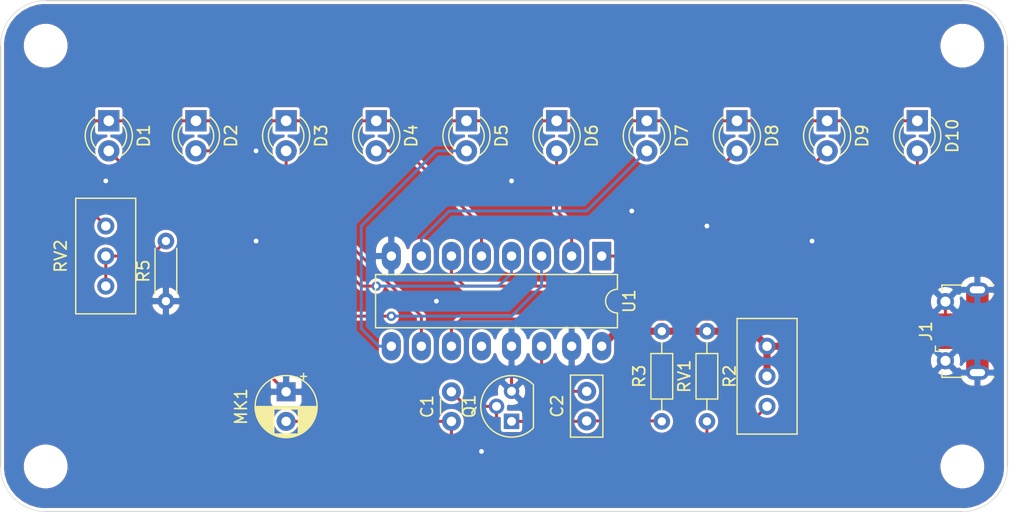
<source format=kicad_pcb>
(kicad_pcb (version 20171130) (host pcbnew "(5.1.5)-3")
  (layers (0 F.Cu signal) (31 B.Cu signal) (34 B.Paste user) (35 F.Paste user) (36 B.SilkS user) (37 F.SilkS user) (38 B.Mask user) (39 F.Mask user) (44 Edge.Cuts user))
  (net 0 "")
  (net 1 "Net-(C1-Pad2)")
  (net 2 "Net-(C1-Pad1)")
  (net 3 "Net-(C2-Pad2)")
  (net 4 "Net-(C2-Pad1)")
  (net 5 "Net-(D1-Pad2)")
  (net 6 "Net-(D1-Pad1)")
  (net 7 "Net-(D2-Pad2)")
  (net 8 "Net-(D3-Pad2)")
  (net 9 "Net-(D4-Pad2)")
  (net 10 "Net-(D5-Pad2)")
  (net 11 "Net-(D6-Pad2)")
  (net 12 "Net-(D7-Pad2)")
  (net 13 "Net-(D8-Pad2)")
  (net 14 "Net-(D9-Pad2)")
  (net 15 "Net-(D10-Pad2)")
  (net 16 GND)
  (net 17 "Net-(J1-Pad2)")
  (net 18 VCC)
  (net 19 "Net-(J1-Pad3)")
  (net 20 "Net-(J1-Pad4)")
  (net 21 "Net-(R5-Pad1)")
  (net 22 "Net-(U1-Pad12)")
  (module MountingHole:MountingHole_3.2mm_M3 (layer F.Cu) (at 123.19 63.5)
    (fp_text reference H1 hide)
    (fp_text value MountingHole hide)
    (pad 1 np_thru_hole circle (at 0 0) (size 3.2 3.2) (drill 3.2) (layers *.Cu *.Mask))
  )
  (module MountingHole:MountingHole_3.2mm_M3 (layer F.Cu) (at 123.19 99.06)
    (fp_text reference H4 hide)
    (fp_text value MountingHole hide)
    (pad 1 np_thru_hole circle (at 0 0) (size 3.2 3.2) (drill 3.2) (layers *.Cu *.Mask))
  )
  (module MountingHole:MountingHole_3.2mm_M3 (layer F.Cu) (at 200.66 99.06)
    (fp_text reference H3 hide)
    (fp_text value MountingHole hide)
    (pad 1 np_thru_hole circle (at 0 0) (size 3.2 3.2) (drill 3.2) (layers *.Cu *.Mask))
  )
  (module MountingHole:MountingHole_3.2mm_M3 (layer F.Cu) (at 200.66 63.5)
    (fp_text reference H2 hide)
    (fp_text value MountingHole hide)
    (pad 1 np_thru_hole circle (at 0 0) (size 3.2 3.2) (drill 3.2) (layers *.Cu *.Mask))
  )
  (module Capacitor_THT:CP_Radial_D5.0mm_P2.50mm (layer F.Cu) (at 143.51 92.75 270)
    (fp_text reference MK1 (at 1.25 3.81 90) (layer F.SilkS))
    (fp_text value Microphone)
    (fp_line (start -1.304775 -1.725) (end -1.304775 -1.225) (layer F.SilkS) (width 0.12))
    (fp_line (start -1.554775 -1.475) (end -1.054775 -1.475) (layer F.SilkS) (width 0.12))
    (fp_line (start 3.851 -0.284) (end 3.851 0.284) (layer F.SilkS) (width 0.12))
    (fp_line (start 3.811 -0.518) (end 3.811 0.518) (layer F.SilkS) (width 0.12))
    (fp_line (start 3.771 -0.677) (end 3.771 0.677) (layer F.SilkS) (width 0.12))
    (fp_line (start 3.731 -0.805) (end 3.731 0.805) (layer F.SilkS) (width 0.12))
    (fp_line (start 3.691 -0.915) (end 3.691 0.915) (layer F.SilkS) (width 0.12))
    (fp_line (start 3.651 -1.011) (end 3.651 1.011) (layer F.SilkS) (width 0.12))
    (fp_line (start 3.611 -1.098) (end 3.611 1.098) (layer F.SilkS) (width 0.12))
    (fp_line (start 3.571 -1.178) (end 3.571 1.178) (layer F.SilkS) (width 0.12))
    (fp_line (start 3.531 1.04) (end 3.531 1.251) (layer F.SilkS) (width 0.12))
    (fp_line (start 3.531 -1.251) (end 3.531 -1.04) (layer F.SilkS) (width 0.12))
    (fp_line (start 3.491 1.04) (end 3.491 1.319) (layer F.SilkS) (width 0.12))
    (fp_line (start 3.491 -1.319) (end 3.491 -1.04) (layer F.SilkS) (width 0.12))
    (fp_line (start 3.451 1.04) (end 3.451 1.383) (layer F.SilkS) (width 0.12))
    (fp_line (start 3.451 -1.383) (end 3.451 -1.04) (layer F.SilkS) (width 0.12))
    (fp_line (start 3.411 1.04) (end 3.411 1.443) (layer F.SilkS) (width 0.12))
    (fp_line (start 3.411 -1.443) (end 3.411 -1.04) (layer F.SilkS) (width 0.12))
    (fp_line (start 3.371 1.04) (end 3.371 1.5) (layer F.SilkS) (width 0.12))
    (fp_line (start 3.371 -1.5) (end 3.371 -1.04) (layer F.SilkS) (width 0.12))
    (fp_line (start 3.331 1.04) (end 3.331 1.554) (layer F.SilkS) (width 0.12))
    (fp_line (start 3.331 -1.554) (end 3.331 -1.04) (layer F.SilkS) (width 0.12))
    (fp_line (start 3.291 1.04) (end 3.291 1.605) (layer F.SilkS) (width 0.12))
    (fp_line (start 3.291 -1.605) (end 3.291 -1.04) (layer F.SilkS) (width 0.12))
    (fp_line (start 3.251 1.04) (end 3.251 1.653) (layer F.SilkS) (width 0.12))
    (fp_line (start 3.251 -1.653) (end 3.251 -1.04) (layer F.SilkS) (width 0.12))
    (fp_line (start 3.211 1.04) (end 3.211 1.699) (layer F.SilkS) (width 0.12))
    (fp_line (start 3.211 -1.699) (end 3.211 -1.04) (layer F.SilkS) (width 0.12))
    (fp_line (start 3.171 1.04) (end 3.171 1.743) (layer F.SilkS) (width 0.12))
    (fp_line (start 3.171 -1.743) (end 3.171 -1.04) (layer F.SilkS) (width 0.12))
    (fp_line (start 3.131 1.04) (end 3.131 1.785) (layer F.SilkS) (width 0.12))
    (fp_line (start 3.131 -1.785) (end 3.131 -1.04) (layer F.SilkS) (width 0.12))
    (fp_line (start 3.091 1.04) (end 3.091 1.826) (layer F.SilkS) (width 0.12))
    (fp_line (start 3.091 -1.826) (end 3.091 -1.04) (layer F.SilkS) (width 0.12))
    (fp_line (start 3.051 1.04) (end 3.051 1.864) (layer F.SilkS) (width 0.12))
    (fp_line (start 3.051 -1.864) (end 3.051 -1.04) (layer F.SilkS) (width 0.12))
    (fp_line (start 3.011 1.04) (end 3.011 1.901) (layer F.SilkS) (width 0.12))
    (fp_line (start 3.011 -1.901) (end 3.011 -1.04) (layer F.SilkS) (width 0.12))
    (fp_line (start 2.971 1.04) (end 2.971 1.937) (layer F.SilkS) (width 0.12))
    (fp_line (start 2.971 -1.937) (end 2.971 -1.04) (layer F.SilkS) (width 0.12))
    (fp_line (start 2.931 1.04) (end 2.931 1.971) (layer F.SilkS) (width 0.12))
    (fp_line (start 2.931 -1.971) (end 2.931 -1.04) (layer F.SilkS) (width 0.12))
    (fp_line (start 2.891 1.04) (end 2.891 2.004) (layer F.SilkS) (width 0.12))
    (fp_line (start 2.891 -2.004) (end 2.891 -1.04) (layer F.SilkS) (width 0.12))
    (fp_line (start 2.851 1.04) (end 2.851 2.035) (layer F.SilkS) (width 0.12))
    (fp_line (start 2.851 -2.035) (end 2.851 -1.04) (layer F.SilkS) (width 0.12))
    (fp_line (start 2.811 1.04) (end 2.811 2.065) (layer F.SilkS) (width 0.12))
    (fp_line (start 2.811 -2.065) (end 2.811 -1.04) (layer F.SilkS) (width 0.12))
    (fp_line (start 2.771 1.04) (end 2.771 2.095) (layer F.SilkS) (width 0.12))
    (fp_line (start 2.771 -2.095) (end 2.771 -1.04) (layer F.SilkS) (width 0.12))
    (fp_line (start 2.731 1.04) (end 2.731 2.122) (layer F.SilkS) (width 0.12))
    (fp_line (start 2.731 -2.122) (end 2.731 -1.04) (layer F.SilkS) (width 0.12))
    (fp_line (start 2.691 1.04) (end 2.691 2.149) (layer F.SilkS) (width 0.12))
    (fp_line (start 2.691 -2.149) (end 2.691 -1.04) (layer F.SilkS) (width 0.12))
    (fp_line (start 2.651 1.04) (end 2.651 2.175) (layer F.SilkS) (width 0.12))
    (fp_line (start 2.651 -2.175) (end 2.651 -1.04) (layer F.SilkS) (width 0.12))
    (fp_line (start 2.611 1.04) (end 2.611 2.2) (layer F.SilkS) (width 0.12))
    (fp_line (start 2.611 -2.2) (end 2.611 -1.04) (layer F.SilkS) (width 0.12))
    (fp_line (start 2.571 1.04) (end 2.571 2.224) (layer F.SilkS) (width 0.12))
    (fp_line (start 2.571 -2.224) (end 2.571 -1.04) (layer F.SilkS) (width 0.12))
    (fp_line (start 2.531 1.04) (end 2.531 2.247) (layer F.SilkS) (width 0.12))
    (fp_line (start 2.531 -2.247) (end 2.531 -1.04) (layer F.SilkS) (width 0.12))
    (fp_line (start 2.491 1.04) (end 2.491 2.268) (layer F.SilkS) (width 0.12))
    (fp_line (start 2.491 -2.268) (end 2.491 -1.04) (layer F.SilkS) (width 0.12))
    (fp_line (start 2.451 1.04) (end 2.451 2.29) (layer F.SilkS) (width 0.12))
    (fp_line (start 2.451 -2.29) (end 2.451 -1.04) (layer F.SilkS) (width 0.12))
    (fp_line (start 2.411 1.04) (end 2.411 2.31) (layer F.SilkS) (width 0.12))
    (fp_line (start 2.411 -2.31) (end 2.411 -1.04) (layer F.SilkS) (width 0.12))
    (fp_line (start 2.371 1.04) (end 2.371 2.329) (layer F.SilkS) (width 0.12))
    (fp_line (start 2.371 -2.329) (end 2.371 -1.04) (layer F.SilkS) (width 0.12))
    (fp_line (start 2.331 1.04) (end 2.331 2.348) (layer F.SilkS) (width 0.12))
    (fp_line (start 2.331 -2.348) (end 2.331 -1.04) (layer F.SilkS) (width 0.12))
    (fp_line (start 2.291 1.04) (end 2.291 2.365) (layer F.SilkS) (width 0.12))
    (fp_line (start 2.291 -2.365) (end 2.291 -1.04) (layer F.SilkS) (width 0.12))
    (fp_line (start 2.251 1.04) (end 2.251 2.382) (layer F.SilkS) (width 0.12))
    (fp_line (start 2.251 -2.382) (end 2.251 -1.04) (layer F.SilkS) (width 0.12))
    (fp_line (start 2.211 1.04) (end 2.211 2.398) (layer F.SilkS) (width 0.12))
    (fp_line (start 2.211 -2.398) (end 2.211 -1.04) (layer F.SilkS) (width 0.12))
    (fp_line (start 2.171 1.04) (end 2.171 2.414) (layer F.SilkS) (width 0.12))
    (fp_line (start 2.171 -2.414) (end 2.171 -1.04) (layer F.SilkS) (width 0.12))
    (fp_line (start 2.131 1.04) (end 2.131 2.428) (layer F.SilkS) (width 0.12))
    (fp_line (start 2.131 -2.428) (end 2.131 -1.04) (layer F.SilkS) (width 0.12))
    (fp_line (start 2.091 1.04) (end 2.091 2.442) (layer F.SilkS) (width 0.12))
    (fp_line (start 2.091 -2.442) (end 2.091 -1.04) (layer F.SilkS) (width 0.12))
    (fp_line (start 2.051 1.04) (end 2.051 2.455) (layer F.SilkS) (width 0.12))
    (fp_line (start 2.051 -2.455) (end 2.051 -1.04) (layer F.SilkS) (width 0.12))
    (fp_line (start 2.011 1.04) (end 2.011 2.468) (layer F.SilkS) (width 0.12))
    (fp_line (start 2.011 -2.468) (end 2.011 -1.04) (layer F.SilkS) (width 0.12))
    (fp_line (start 1.971 1.04) (end 1.971 2.48) (layer F.SilkS) (width 0.12))
    (fp_line (start 1.971 -2.48) (end 1.971 -1.04) (layer F.SilkS) (width 0.12))
    (fp_line (start 1.93 1.04) (end 1.93 2.491) (layer F.SilkS) (width 0.12))
    (fp_line (start 1.93 -2.491) (end 1.93 -1.04) (layer F.SilkS) (width 0.12))
    (fp_line (start 1.89 1.04) (end 1.89 2.501) (layer F.SilkS) (width 0.12))
    (fp_line (start 1.89 -2.501) (end 1.89 -1.04) (layer F.SilkS) (width 0.12))
    (fp_line (start 1.85 1.04) (end 1.85 2.511) (layer F.SilkS) (width 0.12))
    (fp_line (start 1.85 -2.511) (end 1.85 -1.04) (layer F.SilkS) (width 0.12))
    (fp_line (start 1.81 1.04) (end 1.81 2.52) (layer F.SilkS) (width 0.12))
    (fp_line (start 1.81 -2.52) (end 1.81 -1.04) (layer F.SilkS) (width 0.12))
    (fp_line (start 1.77 1.04) (end 1.77 2.528) (layer F.SilkS) (width 0.12))
    (fp_line (start 1.77 -2.528) (end 1.77 -1.04) (layer F.SilkS) (width 0.12))
    (fp_line (start 1.73 1.04) (end 1.73 2.536) (layer F.SilkS) (width 0.12))
    (fp_line (start 1.73 -2.536) (end 1.73 -1.04) (layer F.SilkS) (width 0.12))
    (fp_line (start 1.69 1.04) (end 1.69 2.543) (layer F.SilkS) (width 0.12))
    (fp_line (start 1.69 -2.543) (end 1.69 -1.04) (layer F.SilkS) (width 0.12))
    (fp_line (start 1.65 1.04) (end 1.65 2.55) (layer F.SilkS) (width 0.12))
    (fp_line (start 1.65 -2.55) (end 1.65 -1.04) (layer F.SilkS) (width 0.12))
    (fp_line (start 1.61 1.04) (end 1.61 2.556) (layer F.SilkS) (width 0.12))
    (fp_line (start 1.61 -2.556) (end 1.61 -1.04) (layer F.SilkS) (width 0.12))
    (fp_line (start 1.57 1.04) (end 1.57 2.561) (layer F.SilkS) (width 0.12))
    (fp_line (start 1.57 -2.561) (end 1.57 -1.04) (layer F.SilkS) (width 0.12))
    (fp_line (start 1.53 1.04) (end 1.53 2.565) (layer F.SilkS) (width 0.12))
    (fp_line (start 1.53 -2.565) (end 1.53 -1.04) (layer F.SilkS) (width 0.12))
    (fp_line (start 1.49 1.04) (end 1.49 2.569) (layer F.SilkS) (width 0.12))
    (fp_line (start 1.49 -2.569) (end 1.49 -1.04) (layer F.SilkS) (width 0.12))
    (fp_line (start 1.45 -2.573) (end 1.45 2.573) (layer F.SilkS) (width 0.12))
    (fp_line (start 1.41 -2.576) (end 1.41 2.576) (layer F.SilkS) (width 0.12))
    (fp_line (start 1.37 -2.578) (end 1.37 2.578) (layer F.SilkS) (width 0.12))
    (fp_line (start 1.33 -2.579) (end 1.33 2.579) (layer F.SilkS) (width 0.12))
    (fp_line (start 1.29 -2.58) (end 1.29 2.58) (layer F.SilkS) (width 0.12))
    (fp_line (start 1.25 -2.58) (end 1.25 2.58) (layer F.SilkS) (width 0.12))
    (fp_circle (center 1.25 0) (end 3.87 0) (layer F.SilkS) (width 0.12))
    (pad 2 thru_hole circle (at 2.5 0 270) (size 1.6 1.6) (drill 0.8) (layers *.Cu *.Mask) (net 2 "Net-(C1-Pad1)"))
    (pad 1 thru_hole rect (at 0 0 270) (size 1.6 1.6) (drill 0.8) (layers *.Cu *.Mask) (net 16 GND))
  )
  (module Connector_USB:USB_Micro-B_Molex-105017-0001 (layer F.Cu) (at 200.6925 87.63 90)
    (fp_text reference J1 (at 0 -3.1125 90) (layer F.SilkS))
    (fp_text value USB_B_Micro)
    (fp_line (start -1.7 -2.3125) (end -1.7 -1.8625) (layer F.SilkS) (width 0.12))
    (fp_line (start -1.7 -2.3125) (end -1.25 -2.3125) (layer F.SilkS) (width 0.12))
    (fp_line (start 3.9 -1.7625) (end 3.45 -1.7625) (layer F.SilkS) (width 0.12))
    (fp_line (start 3.9 0.0875) (end 3.9 -1.7625) (layer F.SilkS) (width 0.12))
    (fp_line (start -3.9 2.6375) (end -3.9 2.3875) (layer F.SilkS) (width 0.12))
    (fp_line (start 3.9 2.6375) (end 3.9 2.3875) (layer F.SilkS) (width 0.12))
    (fp_line (start -3.9 0.0875) (end -3.9 -1.7625) (layer F.SilkS) (width 0.12))
    (fp_line (start -3.9 -1.7625) (end -3.45 -1.7625) (layer F.SilkS) (width 0.12))
    (pad 6 smd rect (at -2.9 1.2375 90) (size 1.2 1.9) (layers F.Cu F.Mask) (net 16 GND))
    (pad 6 smd rect (at 2.9 1.2375 90) (size 1.2 1.9) (layers F.Cu F.Mask) (net 16 GND))
    (pad 6 thru_hole oval (at 3.5 1.2375 90) (size 1.2 1.9) (drill oval 0.6 1.3) (layers *.Cu *.Mask) (net 16 GND))
    (pad 6 thru_hole oval (at -3.5 1.2375 270) (size 1.2 1.9) (drill oval 0.6 1.3) (layers *.Cu *.Mask) (net 16 GND))
    (pad 6 smd rect (at -1 1.2375 90) (size 1.5 1.9) (layers F.Cu F.Paste F.Mask) (net 16 GND))
    (pad 6 thru_hole circle (at 2.5 -1.4625 90) (size 1.45 1.45) (drill 0.85) (layers *.Cu *.Mask) (net 16 GND))
    (pad 3 smd rect (at 0 -1.4625 90) (size 0.4 1.35) (layers F.Cu F.Paste F.Mask) (net 19 "Net-(J1-Pad3)"))
    (pad 4 smd rect (at 0.65 -1.4625 90) (size 0.4 1.35) (layers F.Cu F.Paste F.Mask) (net 20 "Net-(J1-Pad4)"))
    (pad 5 smd rect (at 1.3 -1.4625 90) (size 0.4 1.35) (layers F.Cu F.Paste F.Mask) (net 16 GND))
    (pad 1 smd rect (at -1.3 -1.4625 90) (size 0.4 1.35) (layers F.Cu F.Paste F.Mask) (net 18 VCC))
    (pad 2 smd rect (at -0.65 -1.4625 90) (size 0.4 1.35) (layers F.Cu F.Paste F.Mask) (net 17 "Net-(J1-Pad2)"))
    (pad 6 thru_hole circle (at -2.5 -1.4625 90) (size 1.45 1.45) (drill 0.85) (layers *.Cu *.Mask) (net 16 GND))
    (pad 6 smd rect (at 1 1.2375 90) (size 1.5 1.9) (layers F.Cu F.Paste F.Mask) (net 16 GND))
  )
  (module Package_TO_SOT_THT:TO-92 (layer F.Cu) (at 162.56 95.25 90)
    (fp_text reference Q1 (at 1.27 -3.56 90) (layer F.SilkS))
    (fp_text value S9011)
    (fp_arc (start 1.27 0) (end 1.27 -2.6) (angle 135) (layer F.SilkS) (width 0.12))
    (fp_arc (start 1.27 0) (end 1.27 -2.6) (angle -135) (layer F.SilkS) (width 0.12))
    (fp_line (start -0.53 1.85) (end 3.07 1.85) (layer F.SilkS) (width 0.12))
    (pad 1 thru_hole rect (at 0 0 180) (size 1.3 1.3) (drill 0.75) (layers *.Cu *.Mask) (net 4 "Net-(C2-Pad1)"))
    (pad 3 thru_hole circle (at 2.54 0 180) (size 1.3 1.3) (drill 0.75) (layers *.Cu *.Mask) (net 16 GND))
    (pad 2 thru_hole circle (at 1.27 -1.27 180) (size 1.3 1.3) (drill 0.75) (layers *.Cu *.Mask) (net 1 "Net-(C1-Pad2)"))
  )
  (module Package_DIP:DIP-16_W7.62mm_LongPads (layer F.Cu) (at 170.18 81.28 270)
    (fp_text reference U1 (at 3.81 -2.33 90) (layer F.SilkS))
    (fp_text value 4017)
    (fp_line (start 6.06 -1.33) (end 4.81 -1.33) (layer F.SilkS) (width 0.12))
    (fp_line (start 6.06 19.11) (end 6.06 -1.33) (layer F.SilkS) (width 0.12))
    (fp_line (start 1.56 19.11) (end 6.06 19.11) (layer F.SilkS) (width 0.12))
    (fp_line (start 1.56 -1.33) (end 1.56 19.11) (layer F.SilkS) (width 0.12))
    (fp_line (start 2.81 -1.33) (end 1.56 -1.33) (layer F.SilkS) (width 0.12))
    (fp_arc (start 3.81 -1.33) (end 2.81 -1.33) (angle -180) (layer F.SilkS) (width 0.12))
    (pad 16 thru_hole oval (at 7.62 0 270) (size 2.4 1.6) (drill 0.8) (layers *.Cu *.Mask) (net 18 VCC))
    (pad 8 thru_hole oval (at 0 17.78 270) (size 2.4 1.6) (drill 0.8) (layers *.Cu *.Mask) (net 16 GND))
    (pad 15 thru_hole oval (at 7.62 2.54 270) (size 2.4 1.6) (drill 0.8) (layers *.Cu *.Mask) (net 16 GND))
    (pad 7 thru_hole oval (at 0 15.24 270) (size 2.4 1.6) (drill 0.8) (layers *.Cu *.Mask) (net 12 "Net-(D7-Pad2)"))
    (pad 14 thru_hole oval (at 7.62 5.08 270) (size 2.4 1.6) (drill 0.8) (layers *.Cu *.Mask) (net 3 "Net-(C2-Pad2)"))
    (pad 6 thru_hole oval (at 0 12.7 270) (size 2.4 1.6) (drill 0.8) (layers *.Cu *.Mask) (net 14 "Net-(D9-Pad2)"))
    (pad 13 thru_hole oval (at 7.62 7.62 270) (size 2.4 1.6) (drill 0.8) (layers *.Cu *.Mask) (net 16 GND))
    (pad 5 thru_hole oval (at 0 10.16 270) (size 2.4 1.6) (drill 0.8) (layers *.Cu *.Mask) (net 9 "Net-(D4-Pad2)"))
    (pad 12 thru_hole oval (at 7.62 10.16 270) (size 2.4 1.6) (drill 0.8) (layers *.Cu *.Mask) (net 22 "Net-(U1-Pad12)"))
    (pad 4 thru_hole oval (at 0 7.62 270) (size 2.4 1.6) (drill 0.8) (layers *.Cu *.Mask) (net 7 "Net-(D2-Pad2)"))
    (pad 11 thru_hole oval (at 7.62 12.7 270) (size 2.4 1.6) (drill 0.8) (layers *.Cu *.Mask) (net 15 "Net-(D10-Pad2)"))
    (pad 3 thru_hole oval (at 0 5.08 270) (size 2.4 1.6) (drill 0.8) (layers *.Cu *.Mask) (net 5 "Net-(D1-Pad2)"))
    (pad 10 thru_hole oval (at 7.62 15.24 270) (size 2.4 1.6) (drill 0.8) (layers *.Cu *.Mask) (net 8 "Net-(D3-Pad2)"))
    (pad 2 thru_hole oval (at 0 2.54 270) (size 2.4 1.6) (drill 0.8) (layers *.Cu *.Mask) (net 11 "Net-(D6-Pad2)"))
    (pad 9 thru_hole oval (at 7.62 17.78 270) (size 2.4 1.6) (drill 0.8) (layers *.Cu *.Mask) (net 10 "Net-(D5-Pad2)"))
    (pad 1 thru_hole rect (at 0 0 270) (size 2.4 1.6) (drill 0.8) (layers *.Cu *.Mask) (net 13 "Net-(D8-Pad2)"))
  )
  (module Potentiometer_THT:Potentiometer_Bourns_3296W_Vertical (layer F.Cu) (at 128.27 83.82 270)
    (fp_text reference RV2 (at -2.54 3.81 270) (layer F.SilkS))
    (fp_text value 1k)
    (fp_line (start 2.345 -2.53) (end 2.345 2.54) (layer F.SilkS) (width 0.12))
    (fp_line (start -7.425 -2.53) (end -7.425 2.54) (layer F.SilkS) (width 0.12))
    (fp_line (start -7.425 2.54) (end 2.345 2.54) (layer F.SilkS) (width 0.12))
    (fp_line (start -7.425 -2.53) (end 2.345 -2.53) (layer F.SilkS) (width 0.12))
    (pad 3 thru_hole circle (at -5.08 0 270) (size 1.44 1.44) (drill 0.8) (layers *.Cu *.Mask) (net 6 "Net-(D1-Pad1)"))
    (pad 2 thru_hole circle (at -2.54 0 270) (size 1.44 1.44) (drill 0.8) (layers *.Cu *.Mask) (net 21 "Net-(R5-Pad1)"))
    (pad 1 thru_hole circle (at 0 0 270) (size 1.44 1.44) (drill 0.8) (layers *.Cu *.Mask) (net 21 "Net-(R5-Pad1)"))
  )
  (module Potentiometer_THT:Potentiometer_Bourns_3296W_Vertical (layer F.Cu) (at 184.15 88.9 90)
    (fp_text reference RV1 (at -2.54 -6.985 90) (layer F.SilkS))
    (fp_text value 20k)
    (fp_line (start 2.345 -2.53) (end 2.345 2.54) (layer F.SilkS) (width 0.12))
    (fp_line (start -7.425 -2.53) (end -7.425 2.54) (layer F.SilkS) (width 0.12))
    (fp_line (start -7.425 2.54) (end 2.345 2.54) (layer F.SilkS) (width 0.12))
    (fp_line (start -7.425 -2.53) (end 2.345 -2.53) (layer F.SilkS) (width 0.12))
    (pad 3 thru_hole circle (at -5.08 0 90) (size 1.44 1.44) (drill 0.8) (layers *.Cu *.Mask) (net 2 "Net-(C1-Pad1)"))
    (pad 2 thru_hole circle (at -2.54 0 90) (size 1.44 1.44) (drill 0.8) (layers *.Cu *.Mask) (net 18 VCC))
    (pad 1 thru_hole circle (at 0 0 90) (size 1.44 1.44) (drill 0.8) (layers *.Cu *.Mask) (net 18 VCC))
  )
  (module Resistor_THT:R_Axial_DIN0204_L3.6mm_D1.6mm_P5.08mm_Horizontal (layer F.Cu) (at 133.35 80.01 270)
    (fp_text reference R5 (at 2.54 1.905 90) (layer F.SilkS))
    (fp_text value 200)
    (fp_line (start 0.62 0.92) (end 4.46 0.92) (layer F.SilkS) (width 0.12))
    (fp_line (start 0.62 -0.92) (end 4.46 -0.92) (layer F.SilkS) (width 0.12))
    (pad 2 thru_hole oval (at 5.08 0 270) (size 1.4 1.4) (drill 0.7) (layers *.Cu *.Mask) (net 16 GND))
    (pad 1 thru_hole circle (at 0 0 270) (size 1.4 1.4) (drill 0.7) (layers *.Cu *.Mask) (net 21 "Net-(R5-Pad1)"))
  )
  (module Resistor_THT:R_Axial_DIN0204_L3.6mm_D1.6mm_P7.62mm_Horizontal (layer F.Cu) (at 175.26 87.63 270)
    (fp_text reference R3 (at 3.81 1.905 90) (layer F.SilkS))
    (fp_text value 15k)
    (fp_line (start 6.68 0) (end 5.73 0) (layer F.SilkS) (width 0.12))
    (fp_line (start 0.94 0) (end 1.89 0) (layer F.SilkS) (width 0.12))
    (fp_line (start 5.73 -0.92) (end 1.89 -0.92) (layer F.SilkS) (width 0.12))
    (fp_line (start 5.73 0.92) (end 5.73 -0.92) (layer F.SilkS) (width 0.12))
    (fp_line (start 1.89 0.92) (end 5.73 0.92) (layer F.SilkS) (width 0.12))
    (fp_line (start 1.89 -0.92) (end 1.89 0.92) (layer F.SilkS) (width 0.12))
    (pad 2 thru_hole oval (at 7.62 0 270) (size 1.4 1.4) (drill 0.7) (layers *.Cu *.Mask) (net 4 "Net-(C2-Pad1)"))
    (pad 1 thru_hole circle (at 0 0 270) (size 1.4 1.4) (drill 0.7) (layers *.Cu *.Mask) (net 18 VCC))
  )
  (module Resistor_THT:R_Axial_DIN0204_L3.6mm_D1.6mm_P7.62mm_Horizontal (layer F.Cu) (at 179.07 87.63 270)
    (fp_text reference R2 (at 3.81 -1.92 90) (layer F.SilkS))
    (fp_text value 1M)
    (fp_line (start 6.68 0) (end 5.73 0) (layer F.SilkS) (width 0.12))
    (fp_line (start 0.94 0) (end 1.89 0) (layer F.SilkS) (width 0.12))
    (fp_line (start 5.73 -0.92) (end 1.89 -0.92) (layer F.SilkS) (width 0.12))
    (fp_line (start 5.73 0.92) (end 5.73 -0.92) (layer F.SilkS) (width 0.12))
    (fp_line (start 1.89 0.92) (end 5.73 0.92) (layer F.SilkS) (width 0.12))
    (fp_line (start 1.89 -0.92) (end 1.89 0.92) (layer F.SilkS) (width 0.12))
    (pad 2 thru_hole oval (at 7.62 0 270) (size 1.4 1.4) (drill 0.7) (layers *.Cu *.Mask) (net 1 "Net-(C1-Pad2)"))
    (pad 1 thru_hole circle (at 0 0 270) (size 1.4 1.4) (drill 0.7) (layers *.Cu *.Mask) (net 18 VCC))
  )
  (module LED_THT:LED_D3.0mm (layer F.Cu) (at 196.85 69.85 270)
    (fp_text reference D10 (at 1.27 -2.96 90) (layer F.SilkS))
    (fp_text value LED_ALT)
    (fp_line (start -0.29 1.08) (end -0.29 1.236) (layer F.SilkS) (width 0.12))
    (fp_line (start -0.29 -1.236) (end -0.29 -1.08) (layer F.SilkS) (width 0.12))
    (fp_arc (start 1.27 0) (end 0.229039 1.08) (angle -87.9) (layer F.SilkS) (width 0.12))
    (fp_arc (start 1.27 0) (end 0.229039 -1.08) (angle 87.9) (layer F.SilkS) (width 0.12))
    (fp_arc (start 1.27 0) (end -0.29 1.235516) (angle -108.8) (layer F.SilkS) (width 0.12))
    (fp_arc (start 1.27 0) (end -0.29 -1.235516) (angle 108.8) (layer F.SilkS) (width 0.12))
    (pad 2 thru_hole circle (at 2.54 0 270) (size 1.8 1.8) (drill 0.9) (layers *.Cu *.Mask) (net 15 "Net-(D10-Pad2)"))
    (pad 1 thru_hole rect (at 0 0 270) (size 1.8 1.8) (drill 0.9) (layers *.Cu *.Mask) (net 6 "Net-(D1-Pad1)"))
  )
  (module LED_THT:LED_D3.0mm (layer F.Cu) (at 189.23 69.85 270)
    (fp_text reference D9 (at 1.27 -2.96 90) (layer F.SilkS))
    (fp_text value LED_ALT)
    (fp_line (start -0.29 1.08) (end -0.29 1.236) (layer F.SilkS) (width 0.12))
    (fp_line (start -0.29 -1.236) (end -0.29 -1.08) (layer F.SilkS) (width 0.12))
    (fp_arc (start 1.27 0) (end 0.229039 1.08) (angle -87.9) (layer F.SilkS) (width 0.12))
    (fp_arc (start 1.27 0) (end 0.229039 -1.08) (angle 87.9) (layer F.SilkS) (width 0.12))
    (fp_arc (start 1.27 0) (end -0.29 1.235516) (angle -108.8) (layer F.SilkS) (width 0.12))
    (fp_arc (start 1.27 0) (end -0.29 -1.235516) (angle 108.8) (layer F.SilkS) (width 0.12))
    (pad 2 thru_hole circle (at 2.54 0 270) (size 1.8 1.8) (drill 0.9) (layers *.Cu *.Mask) (net 14 "Net-(D9-Pad2)"))
    (pad 1 thru_hole rect (at 0 0 270) (size 1.8 1.8) (drill 0.9) (layers *.Cu *.Mask) (net 6 "Net-(D1-Pad1)"))
  )
  (module LED_THT:LED_D3.0mm (layer F.Cu) (at 181.61 69.85 270)
    (fp_text reference D8 (at 1.27 -2.96 90) (layer F.SilkS))
    (fp_text value LED_ALT)
    (fp_line (start -0.29 1.08) (end -0.29 1.236) (layer F.SilkS) (width 0.12))
    (fp_line (start -0.29 -1.236) (end -0.29 -1.08) (layer F.SilkS) (width 0.12))
    (fp_arc (start 1.27 0) (end 0.229039 1.08) (angle -87.9) (layer F.SilkS) (width 0.12))
    (fp_arc (start 1.27 0) (end 0.229039 -1.08) (angle 87.9) (layer F.SilkS) (width 0.12))
    (fp_arc (start 1.27 0) (end -0.29 1.235516) (angle -108.8) (layer F.SilkS) (width 0.12))
    (fp_arc (start 1.27 0) (end -0.29 -1.235516) (angle 108.8) (layer F.SilkS) (width 0.12))
    (pad 2 thru_hole circle (at 2.54 0 270) (size 1.8 1.8) (drill 0.9) (layers *.Cu *.Mask) (net 13 "Net-(D8-Pad2)"))
    (pad 1 thru_hole rect (at 0 0 270) (size 1.8 1.8) (drill 0.9) (layers *.Cu *.Mask) (net 6 "Net-(D1-Pad1)"))
  )
  (module LED_THT:LED_D3.0mm (layer F.Cu) (at 173.99 69.85 270)
    (fp_text reference D7 (at 1.27 -2.96 90) (layer F.SilkS))
    (fp_text value LED_ALT)
    (fp_line (start -0.29 1.08) (end -0.29 1.236) (layer F.SilkS) (width 0.12))
    (fp_line (start -0.29 -1.236) (end -0.29 -1.08) (layer F.SilkS) (width 0.12))
    (fp_arc (start 1.27 0) (end 0.229039 1.08) (angle -87.9) (layer F.SilkS) (width 0.12))
    (fp_arc (start 1.27 0) (end 0.229039 -1.08) (angle 87.9) (layer F.SilkS) (width 0.12))
    (fp_arc (start 1.27 0) (end -0.29 1.235516) (angle -108.8) (layer F.SilkS) (width 0.12))
    (fp_arc (start 1.27 0) (end -0.29 -1.235516) (angle 108.8) (layer F.SilkS) (width 0.12))
    (pad 2 thru_hole circle (at 2.54 0 270) (size 1.8 1.8) (drill 0.9) (layers *.Cu *.Mask) (net 12 "Net-(D7-Pad2)"))
    (pad 1 thru_hole rect (at 0 0 270) (size 1.8 1.8) (drill 0.9) (layers *.Cu *.Mask) (net 6 "Net-(D1-Pad1)"))
  )
  (module LED_THT:LED_D3.0mm (layer F.Cu) (at 166.37 69.85 270)
    (fp_text reference D6 (at 1.27 -2.96 90) (layer F.SilkS))
    (fp_text value LED_ALT)
    (fp_line (start -0.29 1.08) (end -0.29 1.236) (layer F.SilkS) (width 0.12))
    (fp_line (start -0.29 -1.236) (end -0.29 -1.08) (layer F.SilkS) (width 0.12))
    (fp_arc (start 1.27 0) (end 0.229039 1.08) (angle -87.9) (layer F.SilkS) (width 0.12))
    (fp_arc (start 1.27 0) (end 0.229039 -1.08) (angle 87.9) (layer F.SilkS) (width 0.12))
    (fp_arc (start 1.27 0) (end -0.29 1.235516) (angle -108.8) (layer F.SilkS) (width 0.12))
    (fp_arc (start 1.27 0) (end -0.29 -1.235516) (angle 108.8) (layer F.SilkS) (width 0.12))
    (pad 2 thru_hole circle (at 2.54 0 270) (size 1.8 1.8) (drill 0.9) (layers *.Cu *.Mask) (net 11 "Net-(D6-Pad2)"))
    (pad 1 thru_hole rect (at 0 0 270) (size 1.8 1.8) (drill 0.9) (layers *.Cu *.Mask) (net 6 "Net-(D1-Pad1)"))
  )
  (module LED_THT:LED_D3.0mm (layer F.Cu) (at 158.75 69.85 270)
    (fp_text reference D5 (at 1.27 -2.96 90) (layer F.SilkS))
    (fp_text value LED_ALT)
    (fp_line (start -0.29 1.08) (end -0.29 1.236) (layer F.SilkS) (width 0.12))
    (fp_line (start -0.29 -1.236) (end -0.29 -1.08) (layer F.SilkS) (width 0.12))
    (fp_arc (start 1.27 0) (end 0.229039 1.08) (angle -87.9) (layer F.SilkS) (width 0.12))
    (fp_arc (start 1.27 0) (end 0.229039 -1.08) (angle 87.9) (layer F.SilkS) (width 0.12))
    (fp_arc (start 1.27 0) (end -0.29 1.235516) (angle -108.8) (layer F.SilkS) (width 0.12))
    (fp_arc (start 1.27 0) (end -0.29 -1.235516) (angle 108.8) (layer F.SilkS) (width 0.12))
    (pad 2 thru_hole circle (at 2.54 0 270) (size 1.8 1.8) (drill 0.9) (layers *.Cu *.Mask) (net 10 "Net-(D5-Pad2)"))
    (pad 1 thru_hole rect (at 0 0 270) (size 1.8 1.8) (drill 0.9) (layers *.Cu *.Mask) (net 6 "Net-(D1-Pad1)"))
  )
  (module LED_THT:LED_D3.0mm (layer F.Cu) (at 151.13 69.85 270)
    (fp_text reference D4 (at 1.27 -2.96 90) (layer F.SilkS))
    (fp_text value LED_ALT)
    (fp_line (start -0.29 1.08) (end -0.29 1.236) (layer F.SilkS) (width 0.12))
    (fp_line (start -0.29 -1.236) (end -0.29 -1.08) (layer F.SilkS) (width 0.12))
    (fp_arc (start 1.27 0) (end 0.229039 1.08) (angle -87.9) (layer F.SilkS) (width 0.12))
    (fp_arc (start 1.27 0) (end 0.229039 -1.08) (angle 87.9) (layer F.SilkS) (width 0.12))
    (fp_arc (start 1.27 0) (end -0.29 1.235516) (angle -108.8) (layer F.SilkS) (width 0.12))
    (fp_arc (start 1.27 0) (end -0.29 -1.235516) (angle 108.8) (layer F.SilkS) (width 0.12))
    (pad 2 thru_hole circle (at 2.54 0 270) (size 1.8 1.8) (drill 0.9) (layers *.Cu *.Mask) (net 9 "Net-(D4-Pad2)"))
    (pad 1 thru_hole rect (at 0 0 270) (size 1.8 1.8) (drill 0.9) (layers *.Cu *.Mask) (net 6 "Net-(D1-Pad1)"))
  )
  (module LED_THT:LED_D3.0mm (layer F.Cu) (at 143.51 69.85 270)
    (fp_text reference D3 (at 1.27 -2.96 90) (layer F.SilkS))
    (fp_text value LED_ALT)
    (fp_line (start -0.29 1.08) (end -0.29 1.236) (layer F.SilkS) (width 0.12))
    (fp_line (start -0.29 -1.236) (end -0.29 -1.08) (layer F.SilkS) (width 0.12))
    (fp_arc (start 1.27 0) (end 0.229039 1.08) (angle -87.9) (layer F.SilkS) (width 0.12))
    (fp_arc (start 1.27 0) (end 0.229039 -1.08) (angle 87.9) (layer F.SilkS) (width 0.12))
    (fp_arc (start 1.27 0) (end -0.29 1.235516) (angle -108.8) (layer F.SilkS) (width 0.12))
    (fp_arc (start 1.27 0) (end -0.29 -1.235516) (angle 108.8) (layer F.SilkS) (width 0.12))
    (pad 2 thru_hole circle (at 2.54 0 270) (size 1.8 1.8) (drill 0.9) (layers *.Cu *.Mask) (net 8 "Net-(D3-Pad2)"))
    (pad 1 thru_hole rect (at 0 0 270) (size 1.8 1.8) (drill 0.9) (layers *.Cu *.Mask) (net 6 "Net-(D1-Pad1)"))
  )
  (module LED_THT:LED_D3.0mm (layer F.Cu) (at 135.89 69.85 270)
    (fp_text reference D2 (at 1.27 -2.96 90) (layer F.SilkS))
    (fp_text value LED_ALT)
    (fp_line (start -0.29 1.08) (end -0.29 1.236) (layer F.SilkS) (width 0.12))
    (fp_line (start -0.29 -1.236) (end -0.29 -1.08) (layer F.SilkS) (width 0.12))
    (fp_arc (start 1.27 0) (end 0.229039 1.08) (angle -87.9) (layer F.SilkS) (width 0.12))
    (fp_arc (start 1.27 0) (end 0.229039 -1.08) (angle 87.9) (layer F.SilkS) (width 0.12))
    (fp_arc (start 1.27 0) (end -0.29 1.235516) (angle -108.8) (layer F.SilkS) (width 0.12))
    (fp_arc (start 1.27 0) (end -0.29 -1.235516) (angle 108.8) (layer F.SilkS) (width 0.12))
    (pad 2 thru_hole circle (at 2.54 0 270) (size 1.8 1.8) (drill 0.9) (layers *.Cu *.Mask) (net 7 "Net-(D2-Pad2)"))
    (pad 1 thru_hole rect (at 0 0 270) (size 1.8 1.8) (drill 0.9) (layers *.Cu *.Mask) (net 6 "Net-(D1-Pad1)"))
  )
  (module LED_THT:LED_D3.0mm (layer F.Cu) (at 128.524 69.85 270)
    (fp_text reference D1 (at 1.27 -2.96 90) (layer F.SilkS))
    (fp_text value LED_ALT)
    (fp_line (start -0.29 1.08) (end -0.29 1.236) (layer F.SilkS) (width 0.12))
    (fp_line (start -0.29 -1.236) (end -0.29 -1.08) (layer F.SilkS) (width 0.12))
    (fp_arc (start 1.27 0) (end 0.229039 1.08) (angle -87.9) (layer F.SilkS) (width 0.12))
    (fp_arc (start 1.27 0) (end 0.229039 -1.08) (angle 87.9) (layer F.SilkS) (width 0.12))
    (fp_arc (start 1.27 0) (end -0.29 1.235516) (angle -108.8) (layer F.SilkS) (width 0.12))
    (fp_arc (start 1.27 0) (end -0.29 -1.235516) (angle 108.8) (layer F.SilkS) (width 0.12))
    (pad 2 thru_hole circle (at 2.54 0 270) (size 1.8 1.8) (drill 0.9) (layers *.Cu *.Mask) (net 5 "Net-(D1-Pad2)"))
    (pad 1 thru_hole rect (at 0 0 270) (size 1.8 1.8) (drill 0.9) (layers *.Cu *.Mask) (net 6 "Net-(D1-Pad1)"))
  )
  (module Capacitor_THT:C_Disc_D5.0mm_W2.5mm_P2.50mm (layer F.Cu) (at 168.91 95.21 90)
    (fp_text reference C2 (at 1.25 -2.5 90) (layer F.SilkS))
    (fp_text value 2.2uf)
    (fp_line (start 3.87 -1.37) (end 3.87 1.37) (layer F.SilkS) (width 0.12))
    (fp_line (start -1.37 -1.37) (end -1.37 1.37) (layer F.SilkS) (width 0.12))
    (fp_line (start -1.37 1.37) (end 3.87 1.37) (layer F.SilkS) (width 0.12))
    (fp_line (start -1.37 -1.37) (end 3.87 -1.37) (layer F.SilkS) (width 0.12))
    (pad 2 thru_hole circle (at 2.5 0 90) (size 1.6 1.6) (drill 0.8) (layers *.Cu *.Mask) (net 3 "Net-(C2-Pad2)"))
    (pad 1 thru_hole circle (at 0 0 90) (size 1.6 1.6) (drill 0.8) (layers *.Cu *.Mask) (net 4 "Net-(C2-Pad1)"))
  )
  (module Capacitor_THT:C_Disc_D3.0mm_W1.6mm_P2.50mm (layer F.Cu) (at 157.48 95.25 90)
    (fp_text reference C1 (at 1.25 -2.05 90) (layer F.SilkS))
    (fp_text value 1uf)
    (fp_line (start 0.621 0.92) (end 1.879 0.92) (layer F.SilkS) (width 0.12))
    (fp_line (start 0.621 -0.92) (end 1.879 -0.92) (layer F.SilkS) (width 0.12))
    (pad 2 thru_hole circle (at 2.5 0 90) (size 1.6 1.6) (drill 0.8) (layers *.Cu *.Mask) (net 1 "Net-(C1-Pad2)"))
    (pad 1 thru_hole circle (at 0 0 90) (size 1.6 1.6) (drill 0.8) (layers *.Cu *.Mask) (net 2 "Net-(C1-Pad1)"))
  )
  (gr_arc (start 123.19 99.06) (end 119.38 99.06) (angle -90) (layer Edge.Cuts) (width 0.05))
  (gr_arc (start 200.66 99.06) (end 200.66 102.87) (angle -90) (layer Edge.Cuts) (width 0.05))
  (gr_arc (start 200.66 63.5) (end 204.47 63.5) (angle -90) (layer Edge.Cuts) (width 0.05))
  (gr_arc (start 123.19 63.5) (end 123.19 59.69) (angle -90) (layer Edge.Cuts) (width 0.05))
  (gr_line (start 204.47 63.5) (end 204.47 99.06) (layer Edge.Cuts) (width 0.1))
  (gr_line (start 123.19 59.69) (end 200.66 59.69) (layer Edge.Cuts) (width 0.1))
  (gr_line (start 119.38 99.06) (end 119.38 63.5) (layer Edge.Cuts) (width 0.1))
  (gr_line (start 200.66 102.87) (end 123.19 102.87) (layer Edge.Cuts) (width 0.1))
  (segment (start 179.07 95.25) (end 179.07 96.52) (width 0.25) (layer F.Cu) (net 1))
  (segment (start 179.07 96.52) (end 177.8 97.79) (width 0.25) (layer F.Cu) (net 1))
  (segment (start 177.8 97.79) (end 162.56 97.79) (width 0.25) (layer F.Cu) (net 1))
  (segment (start 161.29 96.52) (end 161.29 93.98) (width 0.25) (layer F.Cu) (net 1))
  (segment (start 162.56 97.79) (end 161.29 96.52) (width 0.25) (layer F.Cu) (net 1))
  (segment (start 158.71 93.98) (end 157.48 92.75) (width 0.25) (layer F.Cu) (net 1))
  (segment (start 161.29 93.98) (end 158.71 93.98) (width 0.25) (layer F.Cu) (net 1))
  (segment (start 157.48 97.79) (end 157.48 95.25) (width 0.25) (layer F.Cu) (net 2))
  (segment (start 158.75 99.06) (end 157.48 97.79) (width 0.25) (layer F.Cu) (net 2))
  (segment (start 184.15 93.98) (end 179.07 99.06) (width 0.25) (layer F.Cu) (net 2))
  (segment (start 179.07 99.06) (end 158.75 99.06) (width 0.25) (layer F.Cu) (net 2))
  (segment (start 143.51 95.25) (end 157.48 95.25) (width 0.25) (layer F.Cu) (net 2))
  (segment (start 168.91 92.71) (end 166.37 92.71) (width 0.25) (layer F.Cu) (net 3))
  (segment (start 165.1 91.44) (end 165.1 88.9) (width 0.25) (layer F.Cu) (net 3))
  (segment (start 166.37 92.71) (end 165.1 91.44) (width 0.25) (layer F.Cu) (net 3))
  (segment (start 168.87 95.25) (end 168.91 95.21) (width 0.25) (layer F.Cu) (net 4))
  (segment (start 162.56 95.25) (end 168.87 95.25) (width 0.25) (layer F.Cu) (net 4))
  (segment (start 175.22 95.21) (end 175.26 95.25) (width 0.25) (layer F.Cu) (net 4))
  (segment (start 168.91 95.21) (end 175.22 95.21) (width 0.25) (layer F.Cu) (net 4))
  (segment (start 128.524 72.39) (end 142.494 86.36) (width 0.25) (layer F.Cu) (net 5))
  (via (at 152.4 86.36) (size 0.8) (drill 0.4) (layers F.Cu B.Cu) (net 5))
  (segment (start 142.494 86.36) (end 152.4 86.36) (width 0.25) (layer F.Cu) (net 5))
  (segment (start 152.4 86.36) (end 162.56 86.36) (width 0.25) (layer B.Cu) (net 5))
  (segment (start 165.1 83.82) (end 165.1 81.28) (width 0.25) (layer B.Cu) (net 5))
  (segment (start 162.56 86.36) (end 165.1 83.82) (width 0.25) (layer B.Cu) (net 5))
  (segment (start 128.524 69.85) (end 135.89 69.85) (width 0.25) (layer F.Cu) (net 6))
  (segment (start 135.89 69.85) (end 143.51 69.85) (width 0.25) (layer F.Cu) (net 6))
  (segment (start 143.51 69.85) (end 151.13 69.85) (width 0.25) (layer F.Cu) (net 6))
  (segment (start 151.13 69.85) (end 158.75 69.85) (width 0.25) (layer F.Cu) (net 6))
  (segment (start 158.75 69.85) (end 166.37 69.85) (width 0.25) (layer F.Cu) (net 6))
  (segment (start 166.37 69.85) (end 173.99 69.85) (width 0.25) (layer F.Cu) (net 6))
  (segment (start 173.99 69.85) (end 181.61 69.85) (width 0.25) (layer F.Cu) (net 6))
  (segment (start 181.61 69.85) (end 189.23 69.85) (width 0.25) (layer F.Cu) (net 6))
  (segment (start 189.23 69.85) (end 196.85 69.85) (width 0.25) (layer F.Cu) (net 6))
  (segment (start 127.374 69.85) (end 125.73 71.494) (width 0.25) (layer F.Cu) (net 6))
  (segment (start 128.524 69.85) (end 127.374 69.85) (width 0.25) (layer F.Cu) (net 6))
  (segment (start 125.73 76.2) (end 128.27 78.74) (width 0.25) (layer F.Cu) (net 6))
  (segment (start 125.73 71.494) (end 125.73 76.2) (width 0.25) (layer F.Cu) (net 6))
  (segment (start 135.89 72.39) (end 138.43 72.39) (width 0.25) (layer F.Cu) (net 7))
  (via (at 151.13 83.82) (size 0.8) (drill 0.4) (layers F.Cu B.Cu) (net 7))
  (segment (start 138.43 72.39) (end 149.86 83.82) (width 0.25) (layer F.Cu) (net 7))
  (segment (start 149.86 83.82) (end 151.13 83.82) (width 0.25) (layer F.Cu) (net 7))
  (segment (start 161.47 83.82) (end 162.56 82.73) (width 0.25) (layer B.Cu) (net 7))
  (segment (start 162.56 82.73) (end 162.56 81.28) (width 0.25) (layer B.Cu) (net 7))
  (segment (start 151.13 83.82) (end 161.47 83.82) (width 0.25) (layer B.Cu) (net 7))
  (segment (start 143.51 72.39) (end 143.51 74.93) (width 0.25) (layer F.Cu) (net 8))
  (segment (start 154.94 86.36) (end 154.94 88.9) (width 0.25) (layer F.Cu) (net 8))
  (segment (start 143.51 74.93) (end 154.94 86.36) (width 0.25) (layer F.Cu) (net 8))
  (segment (start 151.13 72.39) (end 153.67 72.39) (width 0.25) (layer F.Cu) (net 9))
  (segment (start 160.02 78.74) (end 160.02 81.28) (width 0.25) (layer F.Cu) (net 9))
  (segment (start 153.67 72.39) (end 160.02 78.74) (width 0.25) (layer F.Cu) (net 9))
  (segment (start 158.75 72.39) (end 156.21 72.39) (width 0.25) (layer B.Cu) (net 10))
  (segment (start 156.21 72.39) (end 149.86 78.74) (width 0.25) (layer B.Cu) (net 10))
  (segment (start 151.35 88.9) (end 152.4 88.9) (width 0.25) (layer B.Cu) (net 10))
  (segment (start 149.86 87.41) (end 151.35 88.9) (width 0.25) (layer B.Cu) (net 10))
  (segment (start 149.86 78.74) (end 149.86 87.41) (width 0.25) (layer B.Cu) (net 10))
  (segment (start 166.37 72.39) (end 166.37 77.47) (width 0.25) (layer F.Cu) (net 11))
  (segment (start 167.64 78.74) (end 167.64 81.28) (width 0.25) (layer F.Cu) (net 11))
  (segment (start 166.37 77.47) (end 167.64 78.74) (width 0.25) (layer F.Cu) (net 11))
  (segment (start 173.99 72.39) (end 168.91 77.47) (width 0.25) (layer B.Cu) (net 12))
  (segment (start 154.94 79.83) (end 154.94 81.28) (width 0.25) (layer B.Cu) (net 12))
  (segment (start 157.3 77.47) (end 154.94 79.83) (width 0.25) (layer B.Cu) (net 12))
  (segment (start 168.91 77.47) (end 157.3 77.47) (width 0.25) (layer B.Cu) (net 12))
  (segment (start 181.61 72.39) (end 172.72 81.28) (width 0.25) (layer F.Cu) (net 13))
  (segment (start 172.72 81.28) (end 170.18 81.28) (width 0.25) (layer F.Cu) (net 13))
  (segment (start 189.23 72.39) (end 177.8 83.82) (width 0.25) (layer F.Cu) (net 14))
  (segment (start 157.48 82.73) (end 157.48 81.28) (width 0.25) (layer F.Cu) (net 14))
  (segment (start 158.57 83.82) (end 157.48 82.73) (width 0.25) (layer F.Cu) (net 14))
  (segment (start 177.8 83.82) (end 158.57 83.82) (width 0.25) (layer F.Cu) (net 14))
  (segment (start 196.85 72.39) (end 196.85 78.74) (width 0.25) (layer F.Cu) (net 15))
  (segment (start 157.48 87.45) (end 157.48 88.9) (width 0.25) (layer F.Cu) (net 15))
  (segment (start 158.325001 86.604999) (end 157.48 87.45) (width 0.25) (layer F.Cu) (net 15))
  (segment (start 188.985001 86.604999) (end 158.325001 86.604999) (width 0.25) (layer F.Cu) (net 15))
  (segment (start 196.85 78.74) (end 188.985001 86.604999) (width 0.25) (layer F.Cu) (net 15))
  (via (at 140.97 72.39) (size 0.8) (drill 0.4) (layers F.Cu B.Cu) (net 16))
  (segment (start 162.56 92.71) (end 162.56 88.9) (width 0.25) (layer F.Cu) (net 16))
  (segment (start 135.85 85.09) (end 143.51 92.75) (width 0.25) (layer F.Cu) (net 16))
  (segment (start 133.35 85.09) (end 135.85 85.09) (width 0.25) (layer F.Cu) (net 16))
  (via (at 140.97 80.01) (size 0.8) (drill 0.4) (layers F.Cu B.Cu) (net 16))
  (via (at 187.96 80.01) (size 0.8) (drill 0.4) (layers F.Cu B.Cu) (net 16))
  (via (at 179.07 78.74) (size 0.8) (drill 0.4) (layers F.Cu B.Cu) (net 16))
  (via (at 172.72 77.47) (size 0.8) (drill 0.4) (layers F.Cu B.Cu) (net 16))
  (via (at 162.56 74.93) (size 0.8) (drill 0.4) (layers F.Cu B.Cu) (net 16))
  (via (at 128.27 74.93) (size 0.8) (drill 0.4) (layers F.Cu B.Cu) (net 16))
  (via (at 160.02 97.79) (size 0.8) (drill 0.4) (layers F.Cu B.Cu) (net 16))
  (via (at 156.21 85.09) (size 0.8) (drill 0.4) (layers F.Cu B.Cu) (net 16))
  (segment (start 199.23 86.33) (end 199.23 85.13) (width 0.254) (layer F.Cu) (net 16))
  (segment (start 184.15 88.9) (end 193.04 88.9) (width 0.6096) (layer F.Cu) (net 18))
  (segment (start 184.15 88.9) (end 184.15 91.44) (width 0.6096) (layer F.Cu) (net 18))
  (segment (start 175.26 87.63) (end 179.07 87.63) (width 0.6096) (layer F.Cu) (net 18))
  (segment (start 182.88 87.63) (end 184.15 88.9) (width 0.6096) (layer F.Cu) (net 18))
  (segment (start 179.07 87.63) (end 182.88 87.63) (width 0.6096) (layer F.Cu) (net 18))
  (segment (start 171.45 87.63) (end 170.18 88.9) (width 0.6096) (layer F.Cu) (net 18))
  (segment (start 175.26 87.63) (end 171.45 87.63) (width 0.6096) (layer F.Cu) (net 18))
  (segment (start 193.0825 88.9425) (end 193.04 88.9) (width 0.254) (layer F.Cu) (net 18))
  (segment (start 193.155 88.87) (end 193.0825 88.9425) (width 0.254) (layer F.Cu) (net 18))
  (segment (start 193.215 88.93) (end 193.155 88.87) (width 0.254) (layer F.Cu) (net 18))
  (segment (start 197.9275 88.93) (end 193.215 88.93) (width 0.254) (layer F.Cu) (net 18))
  (segment (start 197.9275 88.93) (end 199.23 88.93) (width 0.254) (layer F.Cu) (net 18))
  (segment (start 128.27 81.28) (end 128.27 83.82) (width 0.25) (layer F.Cu) (net 21))
  (segment (start 132.08 81.28) (end 133.35 80.01) (width 0.25) (layer F.Cu) (net 21))
  (segment (start 128.27 81.28) (end 132.08 81.28) (width 0.25) (layer F.Cu) (net 21))
  (zone (net 16) (net_name GND) (layer F.Cu) (connect_pads (clearance 0.254)) (min_thickness 0.254) (fill yes (arc_segments 32) (thermal_gap 0.508) (thermal_bridge_width 0.508) (smoothing fillet) (radius 3))
    (polygon (pts (xy 204.47 102.87) (xy 119.38 102.87) (xy 119.38 59.69) (xy 204.47 59.69)))
  )
  (zone (net 16) (net_name GND) (layer B.Cu) (connect_pads (clearance 0.254)) (min_thickness 0.254) (fill yes (arc_segments 32) (thermal_gap 0.508) (thermal_bridge_width 0.508))
    (polygon (pts (xy 204.47 102.87) (xy 119.38 102.87) (xy 119.38 59.69) (xy 204.47 59.69)))
  )
)
</source>
